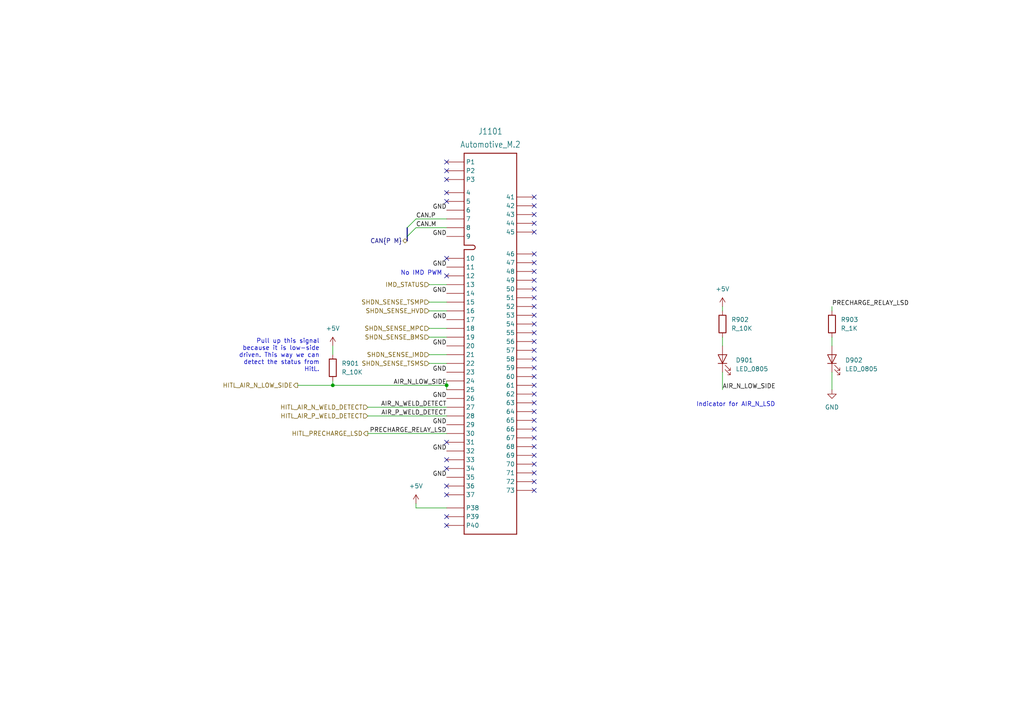
<source format=kicad_sch>
(kicad_sch (version 20211123) (generator eeschema)
  (paper "A4")
  (lib_symbols
    (symbol "formula:Automotive_M.2"
      (property "Reference" "J?" (at 1.27 49.53 0))
      (property "Value" "Automotive_M.2" (at 7.62 45.72 0))
      (symbol "Automotive_M.2_0_1"
        (arc (start -5.0436 15.2415) (mid -4.4198 15.8765) (end -5.0436 16.5115) (stroke (width 0.25)))
        (polyline (pts (xy -7.62 15.24) (xy -5.08 15.24)) (stroke (width 0.25)))
        (polyline (pts (xy -7.62 16.51) (xy -5.08 16.51)) (stroke (width 0.25)))
        (polyline (pts (xy -7.62 43.18) (xy -7.62 16.51)) (stroke (width 0.25)))
        (polyline (pts (xy 7.62 -67.31) (xy -7.62 -67.31)) (stroke (width 0.25)))
      )
      (symbol "Automotive_M.2_1_0"
        (polyline (pts (xy -7.62 -67.31) (xy -7.62 15.24)) (stroke (width 0.254)))
        (polyline (pts (xy 7.62 43.18) (xy -7.62 43.18)) (stroke (width 0.254)))
        (polyline (pts (xy 7.62 43.18) (xy 7.62 -67.31)) (stroke (width 0.254)))
        (pin bidirectional line (at -12.7 12.7 0) (length 5.08) (name "10") (number "10"))
        (pin bidirectional line (at -12.7 10.16 0) (length 5.08) (name "11") (number "11"))
        (pin bidirectional line (at -12.7 7.62 0) (length 5.08) (name "12") (number "12"))
        (pin bidirectional line (at -12.7 5.08 0) (length 5.08) (name "13") (number "13"))
        (pin bidirectional line (at -12.7 2.54 0) (length 5.08) (name "14") (number "14"))
        (pin bidirectional line (at -12.7 0 0) (length 5.08) (name "15") (number "15"))
        (pin bidirectional line (at -12.7 -2.54 0) (length 5.08) (name "16") (number "16"))
        (pin bidirectional line (at -12.7 -5.08 0) (length 5.08) (name "17") (number "17"))
        (pin bidirectional line (at -12.7 -7.62 0) (length 5.08) (name "18") (number "18"))
        (pin bidirectional line (at -12.7 -10.16 0) (length 5.08) (name "19") (number "19"))
        (pin bidirectional line (at -12.7 -12.7 0) (length 5.08) (name "20") (number "20"))
        (pin bidirectional line (at -12.7 -15.24 0) (length 5.08) (name "21") (number "21"))
        (pin bidirectional line (at -12.7 -17.78 0) (length 5.08) (name "22") (number "22"))
        (pin bidirectional line (at -12.7 -20.32 0) (length 5.08) (name "23") (number "23"))
        (pin bidirectional line (at -12.7 -22.86 0) (length 5.08) (name "24") (number "24"))
        (pin bidirectional line (at -12.7 -25.4 0) (length 5.08) (name "25") (number "25"))
        (pin bidirectional line (at -12.7 -27.94 0) (length 5.08) (name "26") (number "26"))
        (pin bidirectional line (at -12.7 -30.48 0) (length 5.08) (name "27") (number "27"))
        (pin bidirectional line (at -12.7 -33.02 0) (length 5.08) (name "28") (number "28"))
        (pin bidirectional line (at -12.7 -35.56 0) (length 5.08) (name "29") (number "29"))
        (pin bidirectional line (at -12.7 -38.1 0) (length 5.08) (name "30") (number "30"))
        (pin bidirectional line (at -12.7 -40.64 0) (length 5.08) (name "31") (number "31"))
        (pin bidirectional line (at -12.7 -43.18 0) (length 5.08) (name "32") (number "32"))
        (pin bidirectional line (at -12.7 -45.72 0) (length 5.08) (name "33") (number "33"))
        (pin bidirectional line (at -12.7 -48.26 0) (length 5.08) (name "34") (number "34"))
        (pin bidirectional line (at -12.7 -50.8 0) (length 5.08) (name "35") (number "35"))
        (pin bidirectional line (at -12.7 -53.34 0) (length 5.08) (name "36") (number "36"))
        (pin bidirectional line (at -12.7 -55.88 0) (length 5.08) (name "37") (number "37"))
        (pin bidirectional line (at -12.7 31.75 0) (length 5.08) (name "4") (number "4"))
        (pin bidirectional line (at 12.7 30.48 180) (length 5.08) (name "41") (number "41"))
        (pin bidirectional line (at 12.7 27.94 180) (length 5.08) (name "42") (number "42"))
        (pin bidirectional line (at 12.7 25.4 180) (length 5.08) (name "43") (number "43"))
        (pin bidirectional line (at 12.7 22.86 180) (length 5.08) (name "44") (number "44"))
        (pin bidirectional line (at 12.7 20.32 180) (length 5.08) (name "45") (number "45"))
        (pin bidirectional line (at 12.7 13.97 180) (length 5.08) (name "46") (number "46"))
        (pin bidirectional line (at 12.7 11.43 180) (length 5.08) (name "47") (number "47"))
        (pin bidirectional line (at 12.7 8.89 180) (length 5.08) (name "48") (number "48"))
        (pin bidirectional line (at 12.7 6.35 180) (length 5.08) (name "49") (number "49"))
        (pin bidirectional line (at -12.7 29.21 0) (length 5.08) (name "5") (number "5"))
        (pin bidirectional line (at 12.7 3.81 180) (length 5.08) (name "50") (number "50"))
        (pin bidirectional line (at 12.7 1.27 180) (length 5.08) (name "51") (number "51"))
        (pin bidirectional line (at 12.7 -1.27 180) (length 5.08) (name "52") (number "52"))
        (pin bidirectional line (at 12.7 -3.81 180) (length 5.08) (name "53") (number "53"))
        (pin bidirectional line (at 12.7 -6.35 180) (length 5.08) (name "54") (number "54"))
        (pin bidirectional line (at 12.7 -8.89 180) (length 5.08) (name "55") (number "55"))
        (pin bidirectional line (at 12.7 -11.43 180) (length 5.08) (name "56") (number "56"))
        (pin bidirectional line (at 12.7 -13.97 180) (length 5.08) (name "57") (number "57"))
        (pin bidirectional line (at 12.7 -16.51 180) (length 5.08) (name "58") (number "58"))
        (pin bidirectional line (at 12.7 -19.05 180) (length 5.08) (name "59") (number "59"))
        (pin bidirectional line (at -12.7 26.67 0) (length 5.08) (name "6") (number "6"))
        (pin bidirectional line (at 12.7 -21.59 180) (length 5.08) (name "60") (number "60"))
        (pin bidirectional line (at 12.7 -24.13 180) (length 5.08) (name "61") (number "61"))
        (pin bidirectional line (at 12.7 -26.67 180) (length 5.08) (name "62") (number "62"))
        (pin bidirectional line (at 12.7 -29.21 180) (length 5.08) (name "63") (number "63"))
        (pin bidirectional line (at 12.7 -31.75 180) (length 5.08) (name "64") (number "64"))
        (pin bidirectional line (at 12.7 -34.29 180) (length 5.08) (name "65") (number "65"))
        (pin bidirectional line (at 12.7 -36.83 180) (length 5.08) (name "66") (number "66"))
        (pin bidirectional line (at 12.7 -39.37 180) (length 5.08) (name "67") (number "67"))
        (pin bidirectional line (at 12.7 -41.91 180) (length 5.08) (name "68") (number "68"))
        (pin bidirectional line (at 12.7 -44.45 180) (length 5.08) (name "69") (number "69"))
        (pin bidirectional line (at -12.7 24.13 0) (length 5.08) (name "7") (number "7"))
        (pin bidirectional line (at 12.7 -46.99 180) (length 5.08) (name "70") (number "70"))
        (pin bidirectional line (at 12.7 -49.53 180) (length 5.08) (name "71") (number "71"))
        (pin bidirectional line (at 12.7 -52.07 180) (length 5.08) (name "72") (number "72"))
        (pin bidirectional line (at 12.7 -54.61 180) (length 5.08) (name "73") (number "73"))
        (pin bidirectional line (at -12.7 21.59 0) (length 5.08) (name "8") (number "8"))
        (pin bidirectional line (at -12.7 19.05 0) (length 5.08) (name "9") (number "9"))
        (pin bidirectional line (at -12.7 40.64 0) (length 5.08) (name "P1") (number "P1"))
        (pin bidirectional line (at -12.7 38.1 0) (length 5.08) (name "P2") (number "P2"))
        (pin bidirectional line (at -12.7 35.56 0) (length 5.08) (name "P3") (number "P3"))
        (pin bidirectional line (at -12.7 -59.69 0) (length 5.08) (name "P38") (number "P38"))
        (pin bidirectional line (at -12.7 -62.23 0) (length 5.08) (name "P39") (number "P39"))
        (pin bidirectional line (at -12.7 -64.77 0) (length 5.08) (name "P40") (number "P40"))
      )
    )
    (symbol "formula:LED_0805" (pin_numbers hide) (pin_names (offset 1.016) hide)
      (property "Reference" "D" (at 0 -2.54 0))
      (property "Value" "LED_0805" (at 0 2.54 0))
      (symbol "LED_0805_0_1"
        (polyline (pts (xy -1.27 -1.27) (xy -1.27 1.27)) (stroke (width 0.2032)))
        (polyline (pts (xy -1.27 0) (xy 1.27 0)))
        (polyline (pts (xy 1.27 -1.27) (xy 1.27 1.27) (xy -1.27 0) (xy 1.27 -1.27)) (stroke (width 0.2032)))
        (polyline (pts (xy -3.048 -0.762) (xy -4.572 -2.286) (xy -3.81 -2.286) (xy -4.572 -2.286) (xy -4.572 -1.524)))
        (polyline (pts (xy -1.778 -0.762) (xy -3.302 -2.286) (xy -2.54 -2.286) (xy -3.302 -2.286) (xy -3.302 -1.524)))
      )
      (symbol "LED_0805_1_1"
        (pin passive line (at -3.81 0 0) (length 2.54) (name "K") (number "1"))
        (pin passive line (at 3.81 0 180) (length 2.54) (name "A") (number "2"))
      )
    )
    (symbol "formula:R_10K" (pin_numbers hide) (pin_names (offset 0))
      (property "Reference" "R" (at 2.032 0 90))
      (property "Value" "R_10K" (at -2.54 0 90))
      (symbol "R_10K_0_1"
        (rectangle (start -1.016 -2.54) (end 1.016 2.54) (stroke (width 0.254)))
      )
      (symbol "R_10K_1_1"
        (pin passive line (at 0 3.81 270) (length 1.27) (name "~") (number "1"))
        (pin passive line (at 0 -3.81 90) (length 1.27) (name "~") (number "2"))
      )
    )
    (symbol "formula:R_1K" (pin_numbers hide) (pin_names (offset 0))
      (property "Reference" "R" (at 2.032 0 90))
      (property "Value" "R_1K" (at -2.54 0 90))
      (symbol "R_1K_0_1"
        (rectangle (start -1.016 -2.54) (end 1.016 2.54) (stroke (width 0.254)))
      )
      (symbol "R_1K_1_1"
        (pin passive line (at 0 3.81 270) (length 1.27) (name "~") (number "1"))
        (pin passive line (at 0 -3.81 90) (length 1.27) (name "~") (number "2"))
      )
    )
    (symbol "power:+5V" (power) (pin_names (offset 0))
      (property "Value" "+5V" (at 0 3.556 0))
      (symbol "+5V_0_1"
        (polyline (pts (xy -0.762 1.27) (xy 0 2.54)))
        (polyline (pts (xy 0 0) (xy 0 2.54)))
        (polyline (pts (xy 0 2.54) (xy 0.762 1.27)))
      )
      (symbol "+5V_1_1"
        (pin power_in line (at 0 0 90) (length 0) hide (name "+5V") (number "1"))
      )
    )
    (symbol "power:GND" (power) (pin_names (offset 0))
      (property "Value" "GND" (at 0 -3.81 0))
      (symbol "GND_0_1"
        (polyline (pts (xy 0 0) (xy 0 -1.27) (xy 1.27 -1.27) (xy 0 -2.54) (xy -1.27 -1.27) (xy 0 -1.27)))
      )
      (symbol "GND_1_1"
        (pin power_in line (at 0 0 270) (length 0) hide (name "GND") (number "1"))
      )
    )
  )
  (junction (at 96.52 111.76))
  (junction (at 129.54 111.76))
  (no_connect (at 154.94 139.7))
  (no_connect (at 129.54 74.93))
  (no_connect (at 154.94 137.16))
  (no_connect (at 129.54 149.86))
  (no_connect (at 129.54 140.97))
  (no_connect (at 154.94 114.3))
  (no_connect (at 154.94 64.77))
  (no_connect (at 129.54 135.89))
  (no_connect (at 129.54 128.27))
  (no_connect (at 129.54 55.88))
  (no_connect (at 129.54 80.01))
  (no_connect (at 154.94 124.46))
  (no_connect (at 154.94 91.44))
  (no_connect (at 129.54 152.4))
  (no_connect (at 129.54 46.99))
  (no_connect (at 154.94 62.23))
  (no_connect (at 129.54 49.53))
  (no_connect (at 129.54 52.07))
  (no_connect (at 154.94 132.08))
  (no_connect (at 154.94 83.82))
  (no_connect (at 154.94 67.31))
  (no_connect (at 129.54 143.51))
  (no_connect (at 154.94 109.22))
  (no_connect (at 154.94 88.9))
  (no_connect (at 154.94 111.76))
  (no_connect (at 154.94 142.24))
  (no_connect (at 154.94 119.38))
  (no_connect (at 154.94 86.36))
  (no_connect (at 154.94 99.06))
  (no_connect (at 154.94 96.52))
  (no_connect (at 154.94 116.84))
  (no_connect (at 154.94 78.74))
  (no_connect (at 154.94 106.68))
  (no_connect (at 154.94 134.62))
  (no_connect (at 129.54 133.35))
  (no_connect (at 154.94 129.54))
  (no_connect (at 154.94 101.6))
  (no_connect (at 154.94 76.2))
  (no_connect (at 154.94 57.15))
  (no_connect (at 154.94 127))
  (no_connect (at 154.94 121.92))
  (no_connect (at 129.54 58.42))
  (no_connect (at 154.94 81.28))
  (no_connect (at 154.94 59.69))
  (no_connect (at 154.94 93.98))
  (no_connect (at 154.94 104.14))
  (no_connect (at 154.94 73.66))
  (bus_entry (at 118.11 68.58) (size 2.54 -2.54))
  (bus_entry (at 118.11 66.04) (size 2.54 -2.54))
  (bus (pts (xy 118.11 68.58) (xy 118.11 69.85)))
  (wire (pts (xy 96.52 100.33) (xy 96.52 102.87)))
  (wire (pts (xy 209.55 97.79) (xy 209.55 100.33)))
  (wire (pts (xy 106.68 118.11) (xy 129.54 118.11)))
  (wire (pts (xy 209.55 107.95) (xy 209.55 113.03)))
  (wire (pts (xy 86.36 111.76) (xy 96.52 111.76)))
  (wire (pts (xy 120.65 63.5) (xy 129.54 63.5)))
  (wire (pts (xy 120.65 66.04) (xy 129.54 66.04)))
  (wire (pts (xy 106.68 120.65) (xy 129.54 120.65)))
  (wire (pts (xy 124.46 95.25) (xy 129.54 95.25)))
  (wire (pts (xy 106.68 125.73) (xy 129.54 125.73)))
  (wire (pts (xy 120.65 146.05) (xy 120.65 147.32)))
  (wire (pts (xy 96.52 111.76) (xy 129.54 111.76)))
  (wire (pts (xy 129.54 110.49) (xy 129.54 111.76)))
  (wire (pts (xy 124.46 87.63) (xy 129.54 87.63)))
  (wire (pts (xy 124.46 105.41) (xy 129.54 105.41)))
  (wire (pts (xy 124.46 97.79) (xy 129.54 97.79)))
  (wire (pts (xy 209.55 88.9) (xy 209.55 90.17)))
  (bus (pts (xy 118.11 66.04) (xy 118.11 68.58)))
  (wire (pts (xy 124.46 102.87) (xy 129.54 102.87)))
  (wire (pts (xy 129.54 111.76) (xy 129.54 113.03)))
  (wire (pts (xy 241.3 107.95) (xy 241.3 113.03)))
  (wire (pts (xy 124.46 90.17) (xy 129.54 90.17)))
  (wire (pts (xy 241.3 88.9) (xy 241.3 90.17)))
  (wire (pts (xy 96.52 110.49) (xy 96.52 111.76)))
  (wire (pts (xy 129.54 147.32) (xy 120.65 147.32)))
  (wire (pts (xy 124.46 82.55) (xy 129.54 82.55)))
  (wire (pts (xy 241.3 97.79) (xy 241.3 100.33)))
  (text "Pull up this signal\nbecause it is low-side\ndriven. This way we can\ndetect the status from\nHitL." (at 92.71 107.95 180) (effects (font (size 1.27 1.27)) (justify right bottom)))
  (text "No IMD PWM" (at 128.27 80.01 180) (effects (font (size 1.27 1.27)) (justify right bottom)))
  (text "Indicator for AIR_N_LSD" (at 201.93 118.11 0) (effects (font (size 1.27 1.27)) (justify left bottom)))
  (label "GND" (at 129.54 100.33 180))
  (label "GND" (at 129.54 77.47 180))
  (label "GND" (at 129.54 123.19 180))
  (label "CAN.P" (at 120.65 63.5 0))
  (label "GND" (at 129.54 92.71 180))
  (label "GND" (at 129.54 68.58 180))
  (label "CAN.M" (at 120.65 66.04 0))
  (label "AIR_P_WELD_DETECT" (at 129.54 120.65 180))
  (label "AIR_N_WELD_DETECT" (at 129.54 118.11 180))
  (label "GND" (at 129.54 115.57 180))
  (label "GND" (at 129.54 130.81 180))
  (label "AIR_N_LOW_SIDE" (at 209.55 113.03 0))
  (label "AIR_N_LOW_SIDE" (at 129.54 111.76 180))
  (label "GND" (at 129.54 107.95 180))
  (label "GND" (at 129.54 138.43 180))
  (label "GND" (at 129.54 85.09 180))
  (label "PRECHARGE_RELAY_LSD" (at 129.54 125.73 180))
  (label "PRECHARGE_RELAY_LSD" (at 241.3 88.9 0))
  (label "GND" (at 129.54 60.96 180))
  (hierarchical_label "SHDN_SENSE_TSMS" (shape input) (at 124.46 105.41 180))
  (hierarchical_label "SHDN_SENSE_BMS" (shape input) (at 124.46 97.79 180))
  (hierarchical_label "SHDN_SENSE_MPC" (shape input) (at 124.46 95.25 180))
  (hierarchical_label "SHDN_SENSE_IMD" (shape input) (at 124.46 102.87 180))
  (hierarchical_label "HITL_AIR_N_LOW_SIDE" (shape output) (at 86.36 111.76 180))
  (hierarchical_label "CAN{P M}" (shape bidirectional) (at 118.11 69.85 180))
  (hierarchical_label "SHDN_SENSE_TSMP" (shape input) (at 124.46 87.63 180))
  (hierarchical_label "IMD_STATUS" (shape input) (at 124.46 82.55 180))
  (hierarchical_label "SHDN_SENSE_HVD" (shape input) (at 124.46 90.17 180))
  (hierarchical_label "HITL_AIR_P_WELD_DETECT" (shape input) (at 106.68 120.65 180))
  (hierarchical_label "HITL_AIR_N_WELD_DETECT" (shape input) (at 106.68 118.11 180))
  (hierarchical_label "HITL_PRECHARGE_LSD" (shape output) (at 106.68 125.73 180))
  (symbol (lib_id "power:+5V") (at 120.65 146.05 0) (unit 1)
    (property "Reference" "#PWR?" (effects hide))
    (property "Value" "+5V" (at 120.65 140.97 0))
  )
  (symbol (lib_id "formula:Automotive_M.2") (at 142.24 87.63 0) (unit 1)
    (property "Reference" "J1101" (at 142.24 38.1 0) (effects (font (size 1.778 1.5113))))
    (property "Value" "Automotive_M.2" (at 142.24 41.91 0) (effects (font (size 1.778 1.5113))))
    (property "Footprint" "footprints:Automotive_M.2" (effects hide))
  )
  (symbol (lib_id "formula:R_1K") (at 241.3 93.98 0) (unit 1)
    (property "Reference" "R903" (at 243.84 92.7099 0) (effects (justify left)))
    (property "Value" "R_1K" (at 243.84 95.2499 0) (effects (justify left)))
    (property "Footprint" "footprints:R_0805_OEM" (effects hide))
    (property "Datasheet" "https://www.seielect.com/Catalog/SEI-rncp.pdf" (effects hide))
    (property "MFN" "DK" (effects hide))
    (property "MPN" "RNCP0805FTD1K00CT-ND" (effects hide))
    (property "PurchasingLink" "https://www.digikey.com/products/en?keywords=RNCP0805FTD1K00CT-ND" (effects hide))
  )
  (symbol (lib_id "formula:LED_0805") (at 209.55 104.14 90) (unit 1)
    (property "Reference" "D901" (at 213.36 104.4701 90) (effects (justify right)))
    (property "Value" "LED_0805" (at 213.36 107.0101 90) (effects (justify right)))
    (property "Footprint" "footprints:LED_0805_OEM" (effects hide))
    (property "Datasheet" "http://www.osram-os.com/Graphics/XPic9/00078860_0.pdf" (effects hide))
    (property "MFN" "DK" (effects hide))
    (property "MPN" "475-1410-1-ND" (effects hide))
    (property "PurchasingLink" "https://www.digikey.com/products/en?keywords=475-1410-1-ND" (effects hide))
  )
  (symbol (lib_id "power:+5V") (at 209.55 88.9 0) (unit 1)
    (property "Reference" "#PWR?" (effects hide))
    (property "Value" "+5V" (at 209.55 83.82 0))
  )
  (symbol (lib_id "power:+5V") (at 96.52 100.33 0) (unit 1)
    (property "Reference" "#PWR?" (effects hide))
    (property "Value" "+5V" (at 96.52 95.25 0))
  )
  (symbol (lib_id "formula:R_10K") (at 209.55 93.98 0) (unit 1)
    (property "Reference" "R902" (at 212.09 92.7099 0) (effects (justify left)))
    (property "Value" "R_10K" (at 212.09 95.2499 0) (effects (justify left)))
    (property "Footprint" "footprints:R_0805_OEM" (effects hide))
    (property "Datasheet" "http://www.bourns.com/data/global/pdfs/CRS.pdf" (effects hide))
    (property "MFN" "DK" (effects hide))
    (property "MPN" "CRS0805-FX-1002ELFCT-ND" (effects hide))
    (property "PurchasingLink" "https://www.digikey.com/products/en?keywords=CRS0805-FX-1002ELFCT-ND" (effects hide))
  )
  (symbol (lib_id "formula:R_10K") (at 96.52 106.68 0) (unit 1)
    (property "Reference" "R901" (at 99.06 105.4099 0) (effects (justify left)))
    (property "Value" "R_10K" (at 99.06 107.9499 0) (effects (justify left)))
    (property "Footprint" "footprints:R_0805_OEM" (effects hide))
    (property "Datasheet" "http://www.bourns.com/data/global/pdfs/CRS.pdf" (effects hide))
    (property "MFN" "DK" (effects hide))
    (property "MPN" "CRS0805-FX-1002ELFCT-ND" (effects hide))
    (property "PurchasingLink" "https://www.digikey.com/products/en?keywords=CRS0805-FX-1002ELFCT-ND" (effects hide))
  )
  (symbol (lib_id "formula:LED_0805") (at 241.3 104.14 90) (unit 1)
    (property "Reference" "D902" (at 245.11 104.4701 90) (effects (justify right)))
    (property "Value" "LED_0805" (at 245.11 107.0101 90) (effects (justify right)))
    (property "Footprint" "footprints:LED_0805_OEM" (effects hide))
    (property "Datasheet" "http://www.osram-os.com/Graphics/XPic9/00078860_0.pdf" (effects hide))
    (property "MFN" "DK" (effects hide))
    (property "MPN" "475-1410-1-ND" (effects hide))
    (property "PurchasingLink" "https://www.digikey.com/products/en?keywords=475-1410-1-ND" (effects hide))
  )
  (symbol (lib_id "power:GND") (at 241.3 113.03 0) (unit 1)
    (property "Reference" "#PWR?" (effects hide))
    (property "Value" "GND" (at 241.3 118.11 0))
  )
)
</source>
